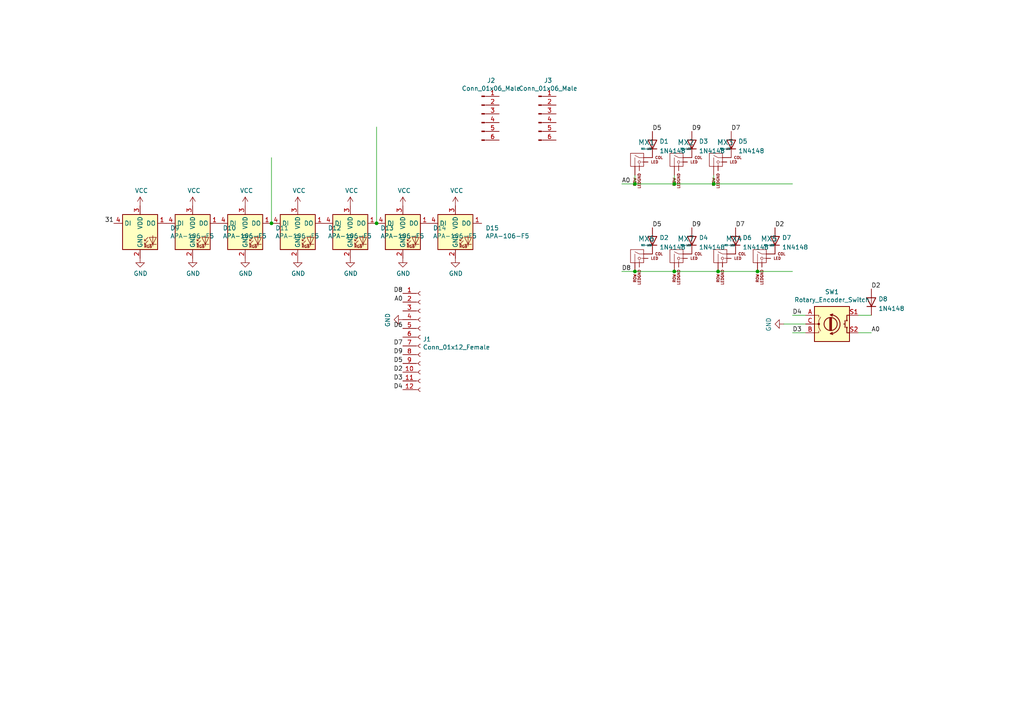
<source format=kicad_sch>
(kicad_sch (version 20211123) (generator eeschema)
  (paper "A4")
  (lib_symbols
    (symbol "Connector:Conn_01x06_Male" (pin_names (offset 1.016) hide)
      (property "Reference" "J" (at 0 7.62 0))
      (property "Value" "Conn_01x06_Male" (at 0 -10.16 0))
      (symbol "Conn_01x06_Male_1_1"
        (polyline (pts (xy 1.27 -7.62) (xy 0.8636 -7.62)) (stroke (width 0.1524)))
        (polyline (pts (xy 1.27 -5.08) (xy 0.8636 -5.08)) (stroke (width 0.1524)))
        (polyline (pts (xy 1.27 -2.54) (xy 0.8636 -2.54)) (stroke (width 0.1524)))
        (polyline (pts (xy 1.27 0) (xy 0.8636 0)) (stroke (width 0.1524)))
        (polyline (pts (xy 1.27 2.54) (xy 0.8636 2.54)) (stroke (width 0.1524)))
        (polyline (pts (xy 1.27 5.08) (xy 0.8636 5.08)) (stroke (width 0.1524)))
        (rectangle (start 0.8636 -7.493) (end 0 -7.747) (stroke (width 0.1524)) (fill (type outline)))
        (rectangle (start 0.8636 -4.953) (end 0 -5.207) (stroke (width 0.1524)) (fill (type outline)))
        (rectangle (start 0.8636 -2.413) (end 0 -2.667) (stroke (width 0.1524)) (fill (type outline)))
        (rectangle (start 0.8636 0.127) (end 0 -0.127) (stroke (width 0.1524)) (fill (type outline)))
        (rectangle (start 0.8636 2.667) (end 0 2.413) (stroke (width 0.1524)) (fill (type outline)))
        (rectangle (start 0.8636 5.207) (end 0 4.953) (stroke (width 0.1524)) (fill (type outline)))
        (pin passive line (at 5.08 5.08 180) (length 3.81) (name "Pin_1") (number "1"))
        (pin passive line (at 5.08 2.54 180) (length 3.81) (name "Pin_2") (number "2"))
        (pin passive line (at 5.08 0 180) (length 3.81) (name "Pin_3") (number "3"))
        (pin passive line (at 5.08 -2.54 180) (length 3.81) (name "Pin_4") (number "4"))
        (pin passive line (at 5.08 -5.08 180) (length 3.81) (name "Pin_5") (number "5"))
        (pin passive line (at 5.08 -7.62 180) (length 3.81) (name "Pin_6") (number "6"))
      )
    )
    (symbol "Connector:Conn_01x12_Female" (pin_names (offset 1.016) hide)
      (property "Reference" "J" (at 0 15.24 0))
      (property "Value" "Conn_01x12_Female" (at 0 -17.78 0))
      (symbol "Conn_01x12_Female_1_1"
        (arc (start 0 -14.732) (mid -0.508 -15.24) (end 0 -15.748) (stroke (width 0.1524)))
        (arc (start 0 -12.192) (mid -0.508 -12.7) (end 0 -13.208) (stroke (width 0.1524)))
        (arc (start 0 -9.652) (mid -0.508 -10.16) (end 0 -10.668) (stroke (width 0.1524)))
        (arc (start 0 -7.112) (mid -0.508 -7.62) (end 0 -8.128) (stroke (width 0.1524)))
        (arc (start 0 -4.572) (mid -0.508 -5.08) (end 0 -5.588) (stroke (width 0.1524)))
        (arc (start 0 -2.032) (mid -0.508 -2.54) (end 0 -3.048) (stroke (width 0.1524)))
        (polyline (pts (xy -1.27 -15.24) (xy -0.508 -15.24)) (stroke (width 0.1524)))
        (polyline (pts (xy -1.27 -12.7) (xy -0.508 -12.7)) (stroke (width 0.1524)))
        (polyline (pts (xy -1.27 -10.16) (xy -0.508 -10.16)) (stroke (width 0.1524)))
        (polyline (pts (xy -1.27 -7.62) (xy -0.508 -7.62)) (stroke (width 0.1524)))
        (polyline (pts (xy -1.27 -5.08) (xy -0.508 -5.08)) (stroke (width 0.1524)))
        (polyline (pts (xy -1.27 -2.54) (xy -0.508 -2.54)) (stroke (width 0.1524)))
        (polyline (pts (xy -1.27 0) (xy -0.508 0)) (stroke (width 0.1524)))
        (polyline (pts (xy -1.27 2.54) (xy -0.508 2.54)) (stroke (width 0.1524)))
        (polyline (pts (xy -1.27 5.08) (xy -0.508 5.08)) (stroke (width 0.1524)))
        (polyline (pts (xy -1.27 7.62) (xy -0.508 7.62)) (stroke (width 0.1524)))
        (polyline (pts (xy -1.27 10.16) (xy -0.508 10.16)) (stroke (width 0.1524)))
        (polyline (pts (xy -1.27 12.7) (xy -0.508 12.7)) (stroke (width 0.1524)))
        (arc (start 0 0.508) (mid -0.508 0) (end 0 -0.508) (stroke (width 0.1524)))
        (arc (start 0 3.048) (mid -0.508 2.54) (end 0 2.032) (stroke (width 0.1524)))
        (arc (start 0 5.588) (mid -0.508 5.08) (end 0 4.572) (stroke (width 0.1524)))
        (arc (start 0 8.128) (mid -0.508 7.62) (end 0 7.112) (stroke (width 0.1524)))
        (arc (start 0 10.668) (mid -0.508 10.16) (end 0 9.652) (stroke (width 0.1524)))
        (arc (start 0 13.208) (mid -0.508 12.7) (end 0 12.192) (stroke (width 0.1524)))
        (pin passive line (at -5.08 12.7 0) (length 3.81) (name "Pin_1") (number "1"))
        (pin passive line (at -5.08 -10.16 0) (length 3.81) (name "Pin_10") (number "10"))
        (pin passive line (at -5.08 -12.7 0) (length 3.81) (name "Pin_11") (number "11"))
        (pin passive line (at -5.08 -15.24 0) (length 3.81) (name "Pin_12") (number "12"))
        (pin passive line (at -5.08 10.16 0) (length 3.81) (name "Pin_2") (number "2"))
        (pin passive line (at -5.08 7.62 0) (length 3.81) (name "Pin_3") (number "3"))
        (pin passive line (at -5.08 5.08 0) (length 3.81) (name "Pin_4") (number "4"))
        (pin passive line (at -5.08 2.54 0) (length 3.81) (name "Pin_5") (number "5"))
        (pin passive line (at -5.08 0 0) (length 3.81) (name "Pin_6") (number "6"))
        (pin passive line (at -5.08 -2.54 0) (length 3.81) (name "Pin_7") (number "7"))
        (pin passive line (at -5.08 -5.08 0) (length 3.81) (name "Pin_8") (number "8"))
        (pin passive line (at -5.08 -7.62 0) (length 3.81) (name "Pin_9") (number "9"))
      )
    )
    (symbol "Device:Rotary_Encoder_Switch" (pin_names (offset 0.254) hide)
      (property "Reference" "SW" (at 0 6.604 0))
      (property "Value" "Device_Rotary_Encoder_Switch" (at 0 -6.604 0))
      (symbol "Rotary_Encoder_Switch_0_1"
        (rectangle (start -5.08 5.08) (end 5.08 -5.08) (stroke (width 0.254)) (fill (type background)))
        (circle (center -3.81 0) (radius 0.254) (fill (type outline)))
        (arc (start -0.381 -2.794) (mid 2.3622 -0.0508) (end -0.381 2.667) (stroke (width 0.254)))
        (circle (center -0.381 0) (radius 1.905) (stroke (width 0.254)))
        (polyline (pts (xy -0.635 -1.778) (xy -0.635 1.778)) (stroke (width 0.254)))
        (polyline (pts (xy -0.381 -1.778) (xy -0.381 1.778)) (stroke (width 0.254)))
        (polyline (pts (xy -0.127 1.778) (xy -0.127 -1.778)) (stroke (width 0.254)))
        (polyline (pts (xy 3.81 0) (xy 3.429 0)) (stroke (width 0.254)))
        (polyline (pts (xy 3.81 1.016) (xy 3.81 -1.016)) (stroke (width 0.254)))
        (polyline (pts (xy -5.08 -2.54) (xy -3.81 -2.54) (xy -3.81 -2.032)))
        (polyline (pts (xy -5.08 2.54) (xy -3.81 2.54) (xy -3.81 2.032)))
        (polyline (pts (xy 0.254 -3.048) (xy -0.508 -2.794) (xy 0.127 -2.413)) (stroke (width 0.254)))
        (polyline (pts (xy 0.254 2.921) (xy -0.508 2.667) (xy 0.127 2.286)) (stroke (width 0.254)))
        (polyline (pts (xy 5.08 -2.54) (xy 4.318 -2.54) (xy 4.318 -1.016)) (stroke (width 0.254)))
        (polyline (pts (xy 5.08 2.54) (xy 4.318 2.54) (xy 4.318 1.016)) (stroke (width 0.254)))
        (polyline (pts (xy -5.08 0) (xy -3.81 0) (xy -3.81 -1.016) (xy -3.302 -2.032)))
        (polyline (pts (xy -4.318 0) (xy -3.81 0) (xy -3.81 1.016) (xy -3.302 2.032)))
        (circle (center 4.318 -1.016) (radius 0.127) (stroke (width 0.254)))
        (circle (center 4.318 1.016) (radius 0.127) (stroke (width 0.254)))
      )
      (symbol "Rotary_Encoder_Switch_1_1"
        (pin passive line (at -7.62 2.54 0) (length 2.54) (name "A") (number "A"))
        (pin passive line (at -7.62 -2.54 0) (length 2.54) (name "B") (number "B"))
        (pin passive line (at -7.62 0 0) (length 2.54) (name "C") (number "C"))
        (pin passive line (at 7.62 2.54 180) (length 2.54) (name "S1") (number "S1"))
        (pin passive line (at 7.62 -2.54 180) (length 2.54) (name "S2") (number "S2"))
      )
    )
    (symbol "Diode:1N4148" (pin_numbers hide) (pin_names (offset 1.016) hide)
      (property "Reference" "D" (at 0 2.54 0))
      (property "Value" "1N4148" (at 0 -2.54 0))
      (symbol "1N4148_0_1"
        (polyline (pts (xy -1.27 1.27) (xy -1.27 -1.27)) (stroke (width 0.254)))
        (polyline (pts (xy 1.27 0) (xy -1.27 0)))
        (polyline (pts (xy 1.27 1.27) (xy 1.27 -1.27) (xy -1.27 0) (xy 1.27 1.27)) (stroke (width 0.254)))
      )
      (symbol "1N4148_1_1"
        (pin passive line (at -3.81 0 0) (length 2.54) (name "K") (number "1"))
        (pin passive line (at 3.81 0 180) (length 2.54) (name "A") (number "2"))
      )
    )
    (symbol "LED:APA-106-F5"
      (property "Reference" "D" (at 5.08 5.715 0))
      (property "Value" "APA-106-F5" (at 1.27 -5.715 0))
      (symbol "APA-106-F5_0_0"
        (text "RGB" (at 2.286 -4.191 0) (effects (font (size 0.762 0.762))))
      )
      (symbol "APA-106-F5_0_1"
        (polyline (pts (xy 1.27 -3.556) (xy 1.778 -3.556)))
        (polyline (pts (xy 1.27 -2.54) (xy 1.778 -2.54)))
        (polyline (pts (xy 4.699 -3.556) (xy 2.667 -3.556)))
        (polyline (pts (xy 2.286 -2.54) (xy 1.27 -3.556) (xy 1.27 -3.048)))
        (polyline (pts (xy 2.286 -1.524) (xy 1.27 -2.54) (xy 1.27 -2.032)))
        (polyline (pts (xy 3.683 -1.016) (xy 3.683 -3.556) (xy 3.683 -4.064)))
        (polyline (pts (xy 4.699 -1.524) (xy 2.667 -1.524) (xy 3.683 -3.556) (xy 4.699 -1.524)))
        (rectangle (start 5.08 5.08) (end -5.08 -5.08) (stroke (width 0.254)) (fill (type background)))
      )
      (symbol "APA-106-F5_1_1"
        (pin output line (at 7.62 2.54 180) (length 2.54) (name "DO") (number "1"))
        (pin power_in line (at 0 -7.62 90) (length 2.54) (name "GND") (number "2"))
        (pin power_in line (at 0 7.62 270) (length 2.54) (name "VDD") (number "3"))
        (pin input line (at -7.62 2.54 0) (length 2.54) (name "DI") (number "4"))
      )
    )
    (symbol "MX_Alps_Hybrid:MX-LED" (pin_names (offset 1.016))
      (property "Reference" "MX" (at -0.635 3.81 0))
      (property "Value" "MX-LED" (at -0.635 1.27 0))
      (symbol "MX-LED_0_0"
        (rectangle (start -2.54 2.54) (end 1.27 -1.27))
        (polyline (pts (xy -1.27 -1.27) (xy -1.27 1.27)) (stroke (width 0.127)))
        (polyline (pts (xy 0 -1.27) (xy 0 -0.635)) (stroke (width 0.127)))
        (polyline (pts (xy 1.27 0) (xy 0.635 0)) (stroke (width 0.127)))
        (polyline (pts (xy 1.27 1.27) (xy 0 1.27) (xy -1.27 1.905)) (stroke (width 0.127)))
        (circle (center 0 0) (radius 0.3556) (stroke (width 0.127)))
        (text "COL" (at 5.715 1.27 0) (effects (font (size 0.762 0.762))))
        (text "LED" (at 4.445 0 0) (effects (font (size 0.762 0.762))))
        (text "ROW" (at -1.27 -4.445 900) (effects (font (size 0.762 0.762)) (justify right)))
      )
      (symbol "MX-LED_1_0"
        (text "LEDGND" (at 0 -3.175 900) (effects (font (size 0.762 0.762)) (justify right)))
      )
      (symbol "MX-LED_1_1"
        (pin passive line (at 3.81 1.27 180) (length 2.54) (name "COL") (number "1"))
        (pin passive line (at -1.27 -3.81 90) (length 2.54) (name "ROW") (number "2"))
        (pin input line (at 2.54 0 180) (length 1.27) (name "LED") (number "3"))
        (pin passive line (at 0 -2.54 90) (length 1.27) (name "LEDGND") (number "4"))
      )
    )
    (symbol "power:GND" (power) (pin_names (offset 0))
      (property "Value" "GND" (at 0 -3.81 0))
      (symbol "GND_0_1"
        (polyline (pts (xy 0 0) (xy 0 -1.27) (xy 1.27 -1.27) (xy 0 -2.54) (xy -1.27 -1.27) (xy 0 -1.27)))
      )
      (symbol "GND_1_1"
        (pin power_in line (at 0 0 270) (length 0) hide (name "GND") (number "1"))
      )
    )
    (symbol "power:VCC" (power) (pin_names (offset 0))
      (property "Value" "VCC" (at 0 3.81 0))
      (symbol "VCC_0_1"
        (polyline (pts (xy -0.762 1.27) (xy 0 2.54)))
        (polyline (pts (xy 0 0) (xy 0 2.54)))
        (polyline (pts (xy 0 2.54) (xy 0.762 1.27)))
      )
      (symbol "VCC_1_1"
        (pin power_in line (at 0 0 90) (length 0) hide (name "VCC") (number "1"))
      )
    )
  )
  (junction (at 195.58 53.34))
  (junction (at 184.15 53.34))
  (junction (at 78.74 64.77))
  (junction (at 219.71 78.74))
  (junction (at 195.58 78.74))
  (junction (at 208.28 78.74))
  (junction (at 109.22 64.77))
  (junction (at 207.01 53.34))
  (junction (at 184.15 78.74))
  (wire (pts (xy 219.71 78.74) (xy 229.87 78.74)))
  (wire (pts (xy 78.74 45.72) (xy 78.74 64.77)))
  (wire (pts (xy 180.34 78.74) (xy 184.15 78.74)))
  (wire (pts (xy 195.58 53.34) (xy 195.58 50.8)))
  (wire (pts (xy 109.22 36.83) (xy 109.22 64.77)))
  (wire (pts (xy 207.01 50.8) (xy 207.01 53.34)))
  (wire (pts (xy 229.87 91.44) (xy 233.68 91.44)))
  (wire (pts (xy 184.15 53.34) (xy 184.15 50.8)))
  (wire (pts (xy 208.28 78.74) (xy 219.71 78.74)))
  (wire (pts (xy 195.58 53.34) (xy 184.15 53.34)))
  (wire (pts (xy 248.92 96.52) (xy 252.73 96.52)))
  (wire (pts (xy 233.68 93.98) (xy 227.33 93.98)))
  (wire (pts (xy 195.58 78.74) (xy 208.28 78.74)))
  (wire (pts (xy 207.01 53.34) (xy 195.58 53.34)))
  (wire (pts (xy 248.92 91.44) (xy 252.73 91.44)))
  (wire (pts (xy 184.15 78.74) (xy 195.58 78.74)))
  (wire (pts (xy 180.34 53.34) (xy 184.15 53.34)))
  (wire (pts (xy 229.87 96.52) (xy 233.68 96.52)))
  (wire (pts (xy 207.01 53.34) (xy 229.87 53.34)))
  (label "D7" (at 116.84 100.33 180))
  (label "D2" (at 116.84 107.95 180))
  (label "D9" (at 200.66 38.1 0))
  (label "D3" (at 116.84 110.49 180))
  (label "31" (at 33.02 64.77 180))
  (label "D9" (at 200.66 66.04 0))
  (label "D9" (at 116.84 102.87 180))
  (label "D7" (at 213.36 66.04 0))
  (label "D5" (at 116.84 105.41 180))
  (label "D4" (at 229.87 91.44 0))
  (label "D5" (at 189.23 38.1 0))
  (label "A0" (at 116.84 87.63 180))
  (label "D3" (at 229.87 96.52 0))
  (label "D8" (at 116.84 85.09 180))
  (label "D2" (at 252.73 83.82 0))
  (label "A0" (at 252.73 96.52 0))
  (label "D8" (at 180.34 78.74 0))
  (label "D5" (at 189.23 66.04 0))
  (label "D4" (at 116.84 113.03 180))
  (label "A0" (at 180.34 53.34 0))
  (label "D2" (at 224.79 66.04 0))
  (label "D6" (at 116.84 95.25 180))
  (label "D7" (at 212.09 38.1 0))
  (symbol (lib_id "Device:Rotary_Encoder_Switch") (at 241.3 93.98 0) (unit 1)
    (property "Reference" "SW1" (at 241.3 84.6582 0))
    (property "Value" "Rotary_Encoder_Switch" (at 241.3 86.9696 0))
    (property "Footprint" "Pikatea Macropad Encoder Side Mount:Encoder-BI_EN11_HSM0E" (effects hide))
  )
  (symbol (lib_id "power:GND") (at 227.33 93.98 270) (unit 1)
    (property "Reference" "#PWR02" (effects hide))
    (property "Value" "GND" (at 222.9358 94.107 0))
  )
  (symbol (lib_id "MX_Alps_Hybrid:MX-LED") (at 185.42 46.99 0) (unit 1)
    (property "Reference" "MX1" (at 187.5028 41.3004 0) (effects (font (size 1.524 1.524))))
    (property "Value" "MX-LED" (at 187.5028 43.18 0) (effects (font (size 0.508 0.508))))
    (property "Footprint" "MX_Only:MXOnly-1U-SquareCutLED" (effects hide))
  )
  (symbol (lib_id "MX_Alps_Hybrid:MX-LED") (at 196.85 46.99 0) (unit 1)
    (property "Reference" "MX2" (at 198.9328 41.3004 0) (effects (font (size 1.524 1.524))))
    (property "Value" "MX-LED" (at 198.9328 43.18 0) (effects (font (size 0.508 0.508))))
    (property "Footprint" "MX_Only:MXOnly-1U-SquareCutLED" (effects hide))
  )
  (symbol (lib_id "MX_Alps_Hybrid:MX-LED") (at 208.28 46.99 0) (unit 1)
    (property "Reference" "MX3" (at 210.3628 41.3004 0) (effects (font (size 1.524 1.524))))
    (property "Value" "MX-LED" (at 210.3628 43.18 0) (effects (font (size 0.508 0.508))))
    (property "Footprint" "MX_Only:MXOnly-1U-SquareCutLED" (effects hide))
  )
  (symbol (lib_id "MX_Alps_Hybrid:MX-LED") (at 209.55 74.93 0) (unit 1)
    (property "Reference" "MX4" (at 212.9028 69.2404 0) (effects (font (size 1.524 1.524))))
    (property "Value" "MX-LED" (at 211.6328 71.12 0) (effects (font (size 0.508 0.508))))
    (property "Footprint" "MX_Only:MXOnly-1U-SquareCutLED" (effects hide))
  )
  (symbol (lib_id "MX_Alps_Hybrid:MX-LED") (at 220.98 74.93 0) (unit 1)
    (property "Reference" "MX5" (at 223.0628 69.2404 0) (effects (font (size 1.524 1.524))))
    (property "Value" "MX-LED" (at 223.0628 71.12 0) (effects (font (size 0.508 0.508))))
    (property "Footprint" "MX_Only:MXOnly-1U-SquareCutLED" (effects hide))
  )
  (symbol (lib_id "Connector:Conn_01x06_Male") (at 139.7 33.02 0) (unit 1)
    (property "Reference" "J2" (at 142.4432 23.3426 0))
    (property "Value" "Conn_01x06_Male" (at 142.4432 25.654 0))
    (property "Footprint" "Pikatea Macropad Encoder Side Mount:Breakaway-Throughole" (effects hide))
  )
  (symbol (lib_id "Connector:Conn_01x12_Female") (at 121.92 97.79 0) (unit 1)
    (property "Reference" "J1" (at 122.6312 98.3996 0) (effects (justify left)))
    (property "Value" "Conn_01x12_Female" (at 122.6312 100.711 0) (effects (justify left)))
    (property "Footprint" "Connector_PinHeader_2.54mm:PinHeader_1x12_P2.54mm_Vertical" (effects hide))
  )
  (symbol (lib_id "power:GND") (at 116.84 92.71 270) (unit 1)
    (property "Reference" "#PWR0101" (effects hide))
    (property "Value" "GND" (at 112.4458 92.837 0))
  )
  (symbol (lib_id "Diode:1N4148") (at 189.23 69.85 90) (unit 1)
    (property "Reference" "D2" (at 191.262 68.9415 90) (effects (justify right)))
    (property "Value" "1N4148" (at 191.262 71.7166 90) (effects (justify right)))
    (property "Footprint" "keyboard_parts:D_SOD123W_hand" (effects hide))
    (property "Datasheet" "https://assets.nexperia.com/documents/data-sheet/1N4148_1N4448.pdf" (effects hide))
  )
  (symbol (lib_id "Diode:1N4148") (at 189.23 41.91 90) (unit 1)
    (property "Reference" "D1" (at 191.262 41.0015 90) (effects (justify right)))
    (property "Value" "1N4148" (at 191.262 43.7766 90) (effects (justify right)))
    (property "Footprint" "keyboard_parts:D_SOD123W_hand" (effects hide))
    (property "Datasheet" "https://assets.nexperia.com/documents/data-sheet/1N4148_1N4448.pdf" (effects hide))
  )
  (symbol (lib_id "MX_Alps_Hybrid:MX-LED") (at 185.42 74.93 0) (unit 1)
    (property "Reference" "MX6" (at 187.5028 69.2404 0) (effects (font (size 1.524 1.524))))
    (property "Value" "MX-LED" (at 187.5028 71.12 0) (effects (font (size 0.508 0.508))))
    (property "Footprint" "MX_Only:MXOnly-1U-SquareCutLED" (effects hide))
  )
  (symbol (lib_id "Diode:1N4148") (at 224.79 69.85 90) (unit 1)
    (property "Reference" "D7" (at 226.822 68.9415 90) (effects (justify right)))
    (property "Value" "1N4148" (at 226.822 71.7166 90) (effects (justify right)))
    (property "Footprint" "keyboard_parts:D_SOD123W_hand" (effects hide))
    (property "Datasheet" "https://assets.nexperia.com/documents/data-sheet/1N4148_1N4448.pdf" (effects hide))
  )
  (symbol (lib_id "power:VCC") (at 86.36 59.69 0) (unit 1)
    (property "Reference" "#PWR0115" (effects hide))
    (property "Value" "VCC" (at 86.741 55.2958 0))
  )
  (symbol (lib_id "power:VCC") (at 132.08 59.69 0) (unit 1)
    (property "Reference" "#PWR0102" (effects hide))
    (property "Value" "VCC" (at 132.461 55.2958 0))
  )
  (symbol (lib_id "Diode:1N4148") (at 200.66 41.91 90) (unit 1)
    (property "Reference" "D3" (at 202.692 41.0015 90) (effects (justify right)))
    (property "Value" "1N4148" (at 202.692 43.7766 90) (effects (justify right)))
    (property "Footprint" "keyboard_parts:D_SOD123W_hand" (effects hide))
    (property "Datasheet" "https://assets.nexperia.com/documents/data-sheet/1N4148_1N4448.pdf" (effects hide))
  )
  (symbol (lib_id "power:VCC") (at 101.6 59.69 0) (unit 1)
    (property "Reference" "#PWR0113" (effects hide))
    (property "Value" "VCC" (at 101.981 55.2958 0))
  )
  (symbol (lib_id "LED:APA-106-F5") (at 55.88 67.31 0) (unit 1)
    (property "Reference" "D10" (at 64.6176 66.1416 0) (effects (justify left)))
    (property "Value" "APA-106-F5" (at 64.6176 68.453 0) (effects (justify left)))
    (property "Footprint" "Pikatea:TONYU-DY-S352818-RGBC" (effects hide))
    (property "Datasheet" "https://cdn.sparkfun.com/datasheets/Components/LED/COM-12877.pdf" (effects hide))
  )
  (symbol (lib_id "power:VCC") (at 40.64 59.69 0) (unit 1)
    (property "Reference" "#PWR0109" (effects hide))
    (property "Value" "VCC" (at 41.021 55.2958 0))
  )
  (symbol (lib_id "power:VCC") (at 116.84 59.69 0) (unit 1)
    (property "Reference" "#PWR0104" (effects hide))
    (property "Value" "VCC" (at 117.221 55.2958 0))
  )
  (symbol (lib_id "power:GND") (at 55.88 74.93 0) (unit 1)
    (property "Reference" "#PWR0111" (effects hide))
    (property "Value" "GND" (at 56.007 79.3242 0))
  )
  (symbol (lib_id "power:GND") (at 86.36 74.93 0) (unit 1)
    (property "Reference" "#PWR0114" (effects hide))
    (property "Value" "GND" (at 86.487 79.3242 0))
  )
  (symbol (lib_id "Diode:1N4148") (at 252.73 87.63 90) (unit 1)
    (property "Reference" "D8" (at 254.762 86.7215 90) (effects (justify right)))
    (property "Value" "1N4148" (at 254.762 89.4966 90) (effects (justify right)))
    (property "Footprint" "keyboard_parts:D_SOD123W_hand" (effects hide))
    (property "Datasheet" "https://assets.nexperia.com/documents/data-sheet/1N4148_1N4448.pdf" (effects hide))
  )
  (symbol (lib_id "power:GND") (at 101.6 74.93 0) (unit 1)
    (property "Reference" "#PWR0105" (effects hide))
    (property "Value" "GND" (at 101.727 79.3242 0))
  )
  (symbol (lib_id "Connector:Conn_01x06_Male") (at 156.21 33.02 0) (unit 1)
    (property "Reference" "J3" (at 158.9532 23.3426 0))
    (property "Value" "Conn_01x06_Male" (at 158.9532 25.654 0))
    (property "Footprint" "Pikatea Macropad Encoder Side Mount:Breakaway-Throughole" (effects hide))
  )
  (symbol (lib_id "power:VCC") (at 55.88 59.69 0) (unit 1)
    (property "Reference" "#PWR0108" (effects hide))
    (property "Value" "VCC" (at 56.261 55.2958 0))
  )
  (symbol (lib_id "LED:APA-106-F5") (at 86.36 67.31 0) (unit 1)
    (property "Reference" "D12" (at 95.0976 66.1416 0) (effects (justify left)))
    (property "Value" "APA-106-F5" (at 95.0976 68.453 0) (effects (justify left)))
    (property "Footprint" "Pikatea:TONYU-DY-S352818-RGBC" (effects hide))
    (property "Datasheet" "https://cdn.sparkfun.com/datasheets/Components/LED/COM-12877.pdf" (effects hide))
  )
  (symbol (lib_id "LED:APA-106-F5") (at 132.08 67.31 0) (unit 1)
    (property "Reference" "D15" (at 140.8176 66.1416 0) (effects (justify left)))
    (property "Value" "APA-106-F5" (at 140.8176 68.453 0) (effects (justify left)))
    (property "Footprint" "Pikatea:TONYU-DY-S352818-RGBC" (effects hide))
    (property "Datasheet" "https://cdn.sparkfun.com/datasheets/Components/LED/COM-12877.pdf" (effects hide))
  )
  (symbol (lib_id "Diode:1N4148") (at 212.09 41.91 90) (unit 1)
    (property "Reference" "D5" (at 214.122 41.0015 90) (effects (justify right)))
    (property "Value" "1N4148" (at 214.122 43.7766 90) (effects (justify right)))
    (property "Footprint" "keyboard_parts:D_SOD123W_hand" (effects hide))
    (property "Datasheet" "https://assets.nexperia.com/documents/data-sheet/1N4148_1N4448.pdf" (effects hide))
  )
  (symbol (lib_id "LED:APA-106-F5") (at 116.84 67.31 0) (unit 1)
    (property "Reference" "D14" (at 125.5776 66.1416 0) (effects (justify left)))
    (property "Value" "APA-106-F5" (at 125.5776 68.453 0) (effects (justify left)))
    (property "Footprint" "Pikatea:TONYU-DY-S352818-RGBC" (effects hide))
    (property "Datasheet" "https://cdn.sparkfun.com/datasheets/Components/LED/COM-12877.pdf" (effects hide))
  )
  (symbol (lib_id "power:GND") (at 132.08 74.93 0) (unit 1)
    (property "Reference" "#PWR0103" (effects hide))
    (property "Value" "GND" (at 132.207 79.3242 0))
  )
  (symbol (lib_id "Diode:1N4148") (at 213.36 69.85 90) (unit 1)
    (property "Reference" "D6" (at 215.392 68.9415 90) (effects (justify right)))
    (property "Value" "1N4148" (at 215.392 71.7166 90) (effects (justify right)))
    (property "Footprint" "keyboard_parts:D_SOD123W_hand" (effects hide))
    (property "Datasheet" "https://assets.nexperia.com/documents/data-sheet/1N4148_1N4448.pdf" (effects hide))
  )
  (symbol (lib_id "power:GND") (at 71.12 74.93 0) (unit 1)
    (property "Reference" "#PWR0112" (effects hide))
    (property "Value" "GND" (at 71.247 79.3242 0))
  )
  (symbol (lib_id "power:GND") (at 116.84 74.93 0) (unit 1)
    (property "Reference" "#PWR0106" (effects hide))
    (property "Value" "GND" (at 116.967 79.3242 0))
  )
  (symbol (lib_id "MX_Alps_Hybrid:MX-LED") (at 196.85 74.93 0) (unit 1)
    (property "Reference" "MX7" (at 198.9328 69.2404 0) (effects (font (size 1.524 1.524))))
    (property "Value" "MX-LED" (at 198.9328 71.12 0) (effects (font (size 0.508 0.508))))
    (property "Footprint" "MX_Only:MXOnly-1U-SquareCutLED" (effects hide))
  )
  (symbol (lib_id "Diode:1N4148") (at 200.66 69.85 90) (unit 1)
    (property "Reference" "D4" (at 202.692 68.9415 90) (effects (justify right)))
    (property "Value" "1N4148" (at 202.692 71.7166 90) (effects (justify right)))
    (property "Footprint" "keyboard_parts:D_SOD123W_hand" (effects hide))
    (property "Datasheet" "https://assets.nexperia.com/documents/data-sheet/1N4148_1N4448.pdf" (effects hide))
  )
  (symbol (lib_id "power:GND") (at 40.64 74.93 0) (unit 1)
    (property "Reference" "#PWR0107" (effects hide))
    (property "Value" "GND" (at 40.767 79.3242 0))
  )
  (symbol (lib_id "LED:APA-106-F5") (at 40.64 67.31 0) (unit 1)
    (property "Reference" "D9" (at 49.3776 66.1416 0) (effects (justify left)))
    (property "Value" "APA-106-F5" (at 49.3776 68.453 0) (effects (justify left)))
    (property "Footprint" "Pikatea:TONYU-DY-S352818-RGBC" (effects hide))
    (property "Datasheet" "https://cdn.sparkfun.com/datasheets/Components/LED/COM-12877.pdf" (effects hide))
  )
  (symbol (lib_id "LED:APA-106-F5") (at 71.12 67.31 0) (unit 1)
    (property "Reference" "D11" (at 79.8576 66.1416 0) (effects (justify left)))
    (property "Value" "APA-106-F5" (at 79.8576 68.453 0) (effects (justify left)))
    (property "Footprint" "Pikatea:TONYU-DY-S352818-RGBC" (effects hide))
    (property "Datasheet" "https://cdn.sparkfun.com/datasheets/Components/LED/COM-12877.pdf" (effects hide))
  )
  (symbol (lib_id "power:VCC") (at 71.12 59.69 0) (unit 1)
    (property "Reference" "#PWR0110" (effects hide))
    (property "Value" "VCC" (at 71.501 55.2958 0))
  )
  (symbol (lib_id "LED:APA-106-F5") (at 101.6 67.31 0) (unit 1)
    (property "Reference" "D13" (at 110.3376 66.1416 0) (effects (justify left)))
    (property "Value" "APA-106-F5" (at 110.3376 68.453 0) (effects (justify left)))
    (property "Footprint" "Pikatea:TONYU-DY-S352818-RGBC" (effects hide))
    (property "Datasheet" "https://cdn.sparkfun.com/datasheets/Components/LED/COM-12877.pdf" (effects hide))
  )
)
</source>
